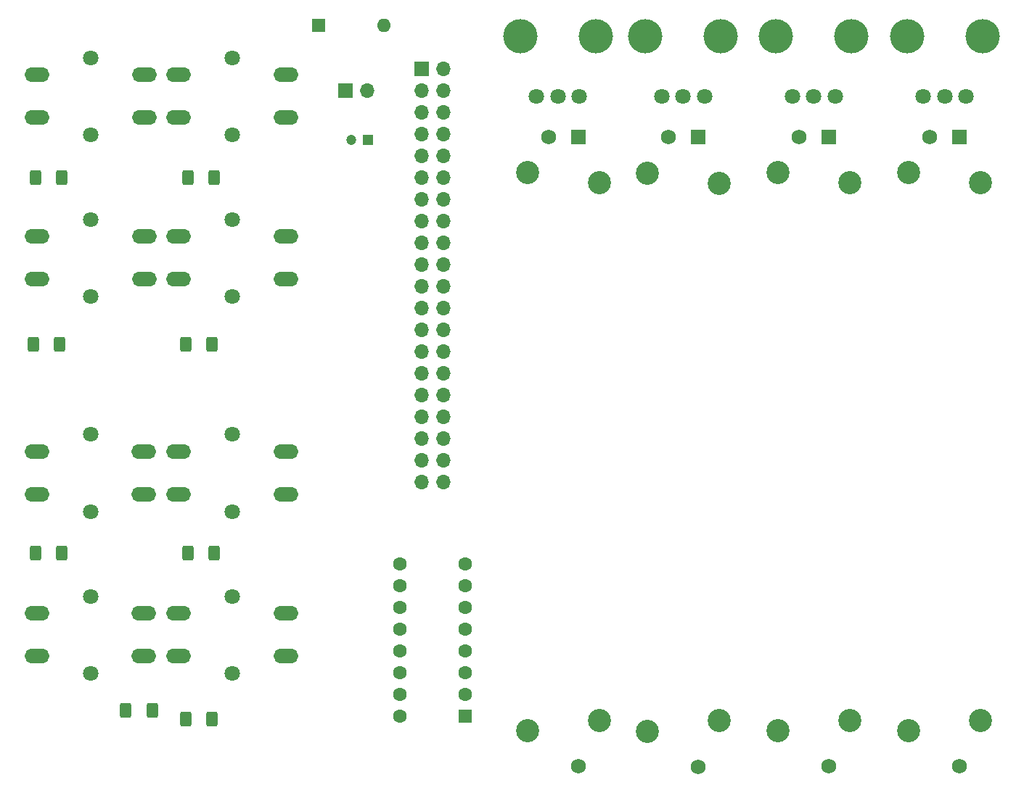
<source format=gbr>
%TF.GenerationSoftware,KiCad,Pcbnew,8.0.5*%
%TF.CreationDate,2025-03-05T22:35:12-05:00*%
%TF.ProjectId,gamepad,67616d65-7061-4642-9e6b-696361645f70,rev?*%
%TF.SameCoordinates,Original*%
%TF.FileFunction,Soldermask,Top*%
%TF.FilePolarity,Negative*%
%FSLAX46Y46*%
G04 Gerber Fmt 4.6, Leading zero omitted, Abs format (unit mm)*
G04 Created by KiCad (PCBNEW 8.0.5) date 2025-03-05 22:35:12*
%MOMM*%
%LPD*%
G01*
G04 APERTURE LIST*
G04 Aperture macros list*
%AMRoundRect*
0 Rectangle with rounded corners*
0 $1 Rounding radius*
0 $2 $3 $4 $5 $6 $7 $8 $9 X,Y pos of 4 corners*
0 Add a 4 corners polygon primitive as box body*
4,1,4,$2,$3,$4,$5,$6,$7,$8,$9,$2,$3,0*
0 Add four circle primitives for the rounded corners*
1,1,$1+$1,$2,$3*
1,1,$1+$1,$4,$5*
1,1,$1+$1,$6,$7*
1,1,$1+$1,$8,$9*
0 Add four rect primitives between the rounded corners*
20,1,$1+$1,$2,$3,$4,$5,0*
20,1,$1+$1,$4,$5,$6,$7,0*
20,1,$1+$1,$6,$7,$8,$9,0*
20,1,$1+$1,$8,$9,$2,$3,0*%
G04 Aperture macros list end*
%ADD10RoundRect,0.250000X-0.400000X-0.625000X0.400000X-0.625000X0.400000X0.625000X-0.400000X0.625000X0*%
%ADD11C,1.800000*%
%ADD12O,2.900000X1.700000*%
%ADD13R,1.750000X1.750000*%
%ADD14C,1.750000*%
%ADD15C,2.700000*%
%ADD16C,4.000000*%
%ADD17R,1.200000X1.200000*%
%ADD18C,1.200000*%
%ADD19R,1.700000X1.700000*%
%ADD20O,1.700000X1.700000*%
%ADD21R,1.600000X1.600000*%
%ADD22O,1.600000X1.600000*%
%ADD23C,1.600000*%
G04 APERTURE END LIST*
D10*
%TO.C,R7*%
X104140000Y-76835000D03*
X107240000Y-76835000D03*
%TD*%
D11*
%TO.C,SW6*%
X92790000Y-81705000D03*
X92790000Y-90705000D03*
D12*
X86540000Y-83705000D03*
X99040000Y-83705000D03*
X86540000Y-88705000D03*
X99040000Y-88705000D03*
%TD*%
D11*
%TO.C,SW5*%
X92790000Y-62810000D03*
X92790000Y-71810000D03*
D12*
X86540000Y-64810000D03*
X99040000Y-64810000D03*
X86540000Y-69810000D03*
X99040000Y-69810000D03*
%TD*%
D13*
%TO.C,RV2*%
X178915000Y-72065000D03*
D14*
X175415000Y-72065000D03*
X178915000Y-145565000D03*
D15*
X172965000Y-76215000D03*
X181365000Y-77415000D03*
X181365000Y-140215000D03*
X172965000Y-141415000D03*
%TD*%
D11*
%TO.C,SW4*%
X109320000Y-125715000D03*
X109320000Y-134715000D03*
D12*
X103070000Y-127715000D03*
X115570000Y-127715000D03*
X103070000Y-132715000D03*
X115570000Y-132715000D03*
%TD*%
D11*
%TO.C,SW2*%
X92770000Y-125715000D03*
X92770000Y-134715000D03*
D12*
X86520000Y-127715000D03*
X99020000Y-127715000D03*
X86520000Y-132715000D03*
X99020000Y-132715000D03*
%TD*%
D10*
%TO.C,R5*%
X86360000Y-76835000D03*
X89460000Y-76835000D03*
%TD*%
D13*
%TO.C,RV1*%
X194155000Y-72065000D03*
D14*
X190655000Y-72065000D03*
X194155000Y-145565000D03*
D15*
X188205000Y-76215000D03*
X196605000Y-77415000D03*
X196605000Y-140215000D03*
X188205000Y-141415000D03*
%TD*%
D10*
%TO.C,R3*%
X104140000Y-120650000D03*
X107240000Y-120650000D03*
%TD*%
D11*
%TO.C,SW3*%
X109320000Y-106820000D03*
X109320000Y-115820000D03*
D12*
X103070000Y-108820000D03*
X115570000Y-108820000D03*
X103070000Y-113820000D03*
X115570000Y-113820000D03*
%TD*%
D11*
%TO.C,SW7*%
X109340000Y-62810000D03*
X109340000Y-71810000D03*
D12*
X103090000Y-64810000D03*
X115590000Y-64810000D03*
X103090000Y-69810000D03*
X115590000Y-69810000D03*
%TD*%
D11*
%TO.C,SW1*%
X92770000Y-106820000D03*
X92770000Y-115820000D03*
D12*
X86520000Y-108820000D03*
X99020000Y-108820000D03*
X86520000Y-113820000D03*
X99020000Y-113820000D03*
%TD*%
D10*
%TO.C,R2*%
X96875000Y-139065000D03*
X99975000Y-139065000D03*
%TD*%
D16*
%TO.C,RV7*%
X157525000Y-60325000D03*
X166325000Y-60325000D03*
D11*
X164425000Y-67325000D03*
X161925000Y-67325000D03*
X159425000Y-67325000D03*
%TD*%
D10*
%TO.C,R4*%
X103860000Y-140105000D03*
X106960000Y-140105000D03*
%TD*%
D13*
%TO.C,RV3*%
X163675000Y-72120000D03*
D14*
X160175000Y-72120000D03*
X163675000Y-145620000D03*
D15*
X157725000Y-76270000D03*
X166125000Y-77470000D03*
X166125000Y-140270000D03*
X157725000Y-141470000D03*
%TD*%
D17*
%TO.C,C1*%
X125190000Y-72390000D03*
D18*
X123190000Y-72390000D03*
%TD*%
D19*
%TO.C,J1*%
X122550000Y-66675000D03*
D20*
X125090000Y-66675000D03*
%TD*%
D16*
%TO.C,RV5*%
X188050000Y-60325000D03*
X196850000Y-60325000D03*
D11*
X194950000Y-67325000D03*
X192450000Y-67325000D03*
X189950000Y-67325000D03*
%TD*%
D16*
%TO.C,RV6*%
X172765000Y-60325000D03*
X181565000Y-60325000D03*
D11*
X179665000Y-67325000D03*
X177165000Y-67325000D03*
X174665000Y-67325000D03*
%TD*%
D21*
%TO.C,SW9*%
X119422500Y-59055000D03*
D22*
X127042500Y-59055000D03*
%TD*%
D16*
%TO.C,RV8*%
X142920000Y-60325000D03*
X151720000Y-60325000D03*
D11*
X149820000Y-67325000D03*
X147320000Y-67325000D03*
X144820000Y-67325000D03*
%TD*%
D13*
%TO.C,RV4*%
X149705000Y-72065000D03*
D14*
X146205000Y-72065000D03*
X149705000Y-145565000D03*
D15*
X143755000Y-76215000D03*
X152155000Y-77415000D03*
X152155000Y-140215000D03*
X143755000Y-141415000D03*
%TD*%
D11*
%TO.C,SW8*%
X109340000Y-81705000D03*
X109340000Y-90705000D03*
D12*
X103090000Y-83705000D03*
X115590000Y-83705000D03*
X103090000Y-88705000D03*
X115590000Y-88705000D03*
%TD*%
D10*
%TO.C,R1*%
X86360000Y-120650000D03*
X89460000Y-120650000D03*
%TD*%
%TO.C,R6*%
X86080000Y-96290000D03*
X89180000Y-96290000D03*
%TD*%
%TO.C,R8*%
X103860000Y-96290000D03*
X106960000Y-96290000D03*
%TD*%
D19*
%TO.C,J2*%
X131445000Y-64135000D03*
D20*
X133985000Y-64135000D03*
X131445000Y-66675000D03*
X133985000Y-66675000D03*
X131445000Y-69215000D03*
X133985000Y-69215000D03*
X131445000Y-71755000D03*
X133985000Y-71755000D03*
X131445000Y-74295000D03*
X133985000Y-74295000D03*
X131445000Y-76835000D03*
X133985000Y-76835000D03*
X131445000Y-79375000D03*
X133985000Y-79375000D03*
X131445000Y-81915000D03*
X133985000Y-81915000D03*
X131445000Y-84455000D03*
X133985000Y-84455000D03*
X131445000Y-86995000D03*
X133985000Y-86995000D03*
X131445000Y-89535000D03*
X133985000Y-89535000D03*
X131445000Y-92075000D03*
X133985000Y-92075000D03*
X131445000Y-94615000D03*
X133985000Y-94615000D03*
X131445000Y-97155000D03*
X133985000Y-97155000D03*
X131445000Y-99695000D03*
X133985000Y-99695000D03*
X131445000Y-102235000D03*
X133985000Y-102235000D03*
X131445000Y-104775000D03*
X133985000Y-104775000D03*
X131445000Y-107315000D03*
X133985000Y-107315000D03*
X131445000Y-109855000D03*
X133985000Y-109855000D03*
X131445000Y-112395000D03*
X133985000Y-112395000D03*
%TD*%
D21*
%TO.C,U1*%
X136525000Y-139700000D03*
D23*
X136525000Y-137160000D03*
X136525000Y-134620000D03*
X136525000Y-132080000D03*
X136525000Y-129540000D03*
X136525000Y-127000000D03*
X136525000Y-124460000D03*
X136525000Y-121920000D03*
X128905000Y-121920000D03*
X128905000Y-124460000D03*
X128905000Y-127000000D03*
X128905000Y-129540000D03*
X128905000Y-132080000D03*
X128905000Y-134620000D03*
X128905000Y-137160000D03*
X128905000Y-139700000D03*
%TD*%
M02*

</source>
